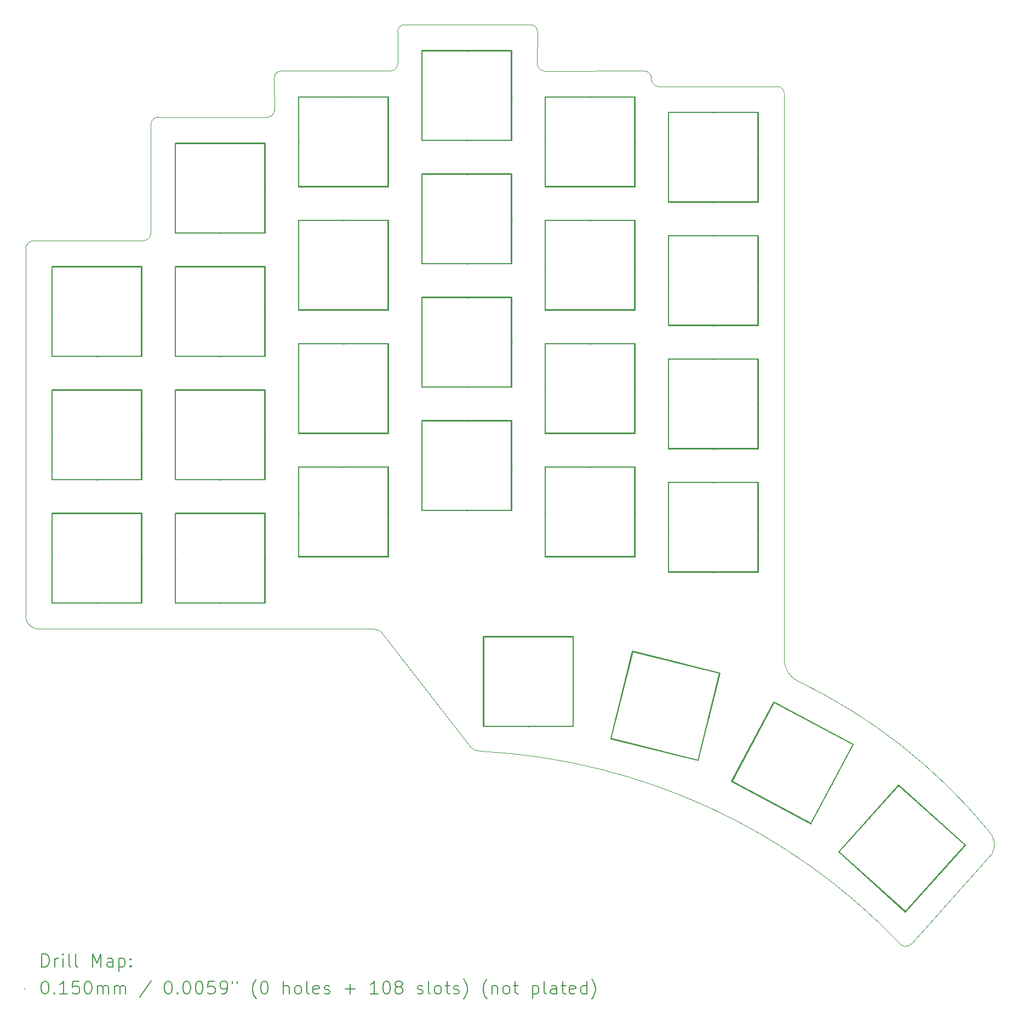
<source format=gbr>
%FSLAX45Y45*%
G04 Gerber Fmt 4.5, Leading zero omitted, Abs format (unit mm)*
G04 Created by KiCad (PCBNEW (6.0.5)) date 2022-10-04 21:26:53*
%MOMM*%
%LPD*%
G01*
G04 APERTURE LIST*
%TA.AperFunction,Profile*%
%ADD10C,0.100000*%
%TD*%
%ADD11C,0.200000*%
%ADD12C,0.015000*%
G04 APERTURE END LIST*
D10*
X-4772000Y4905000D02*
G75*
G03*
X-4881000Y4794000I1000J-110000D01*
G01*
X-8583155Y2285561D02*
G75*
G03*
X-8723000Y2174000I203J-143685D01*
G01*
X1063000Y4665000D02*
X2891000Y4665000D01*
X-8583155Y2285561D02*
X-6899133Y2284710D01*
X6217000Y-7172000D02*
X4962000Y-8575000D01*
X-4881000Y4794000D02*
X-4879133Y4300710D01*
X-813000Y5509000D02*
G75*
G03*
X-926000Y5620000I-110189J843D01*
G01*
X-2975155Y5508561D02*
X-2974644Y5015635D01*
X-926000Y5620000D02*
X-2866000Y5620000D01*
X-6677155Y4192000D02*
X-4988133Y4189710D01*
X-1847000Y-5543000D02*
G75*
G03*
X-1674000Y-5604000I157834J171807D01*
G01*
X-4772000Y4905000D02*
X-3083644Y4904635D01*
X-813000Y5509000D02*
X-816463Y5013473D01*
X4783000Y-8570000D02*
G75*
G03*
X-1674000Y-5604000I-6964601J-6650515D01*
G01*
X3000000Y4554000D02*
X3000000Y-4215000D01*
X6216999Y-7171999D02*
G75*
G03*
X6162000Y-6837000I-268949J127860D01*
G01*
X2999998Y4554000D02*
G75*
G03*
X2891000Y4665000I-108218J2750D01*
G01*
X-8723000Y-3511000D02*
G75*
G03*
X-8523000Y-3714000I202211J-799D01*
G01*
X-8723000Y2174000D02*
X-8723000Y-3511000D01*
X-6786155Y4080000D02*
X-6790133Y2395000D01*
X-8523000Y-3714000D02*
X-3372000Y-3714000D01*
X948000Y4774000D02*
G75*
G03*
X1063000Y4665000I112000J3000D01*
G01*
X-816463Y5013473D02*
G75*
G03*
X-705000Y4904000I110468J995D01*
G01*
X-4988133Y4189710D02*
G75*
G03*
X-4879133Y4300710I-1000J110000D01*
G01*
X-3231000Y-3754000D02*
X-1847000Y-5543000D01*
X6162000Y-6837000D02*
G75*
G03*
X3181000Y-4504000I-6735713J-5535591D01*
G01*
X-705000Y4904000D02*
X839000Y4905000D01*
X-3231000Y-3754000D02*
G75*
G03*
X-3372000Y-3714000I-133168J-200906D01*
G01*
X-6899133Y2284710D02*
G75*
G03*
X-6790133Y2395000I-645J109645D01*
G01*
X-3083644Y4904635D02*
G75*
G03*
X-2974644Y5015635I-1000J110000D01*
G01*
X2999997Y-4215000D02*
G75*
G03*
X3181000Y-4504000I390753J43550D01*
G01*
X-2866000Y5620000D02*
G75*
G03*
X-2975155Y5508561I1142J-110297D01*
G01*
X4783002Y-8569999D02*
G75*
G03*
X4962000Y-8575000I91418J66179D01*
G01*
X-6677155Y4192000D02*
G75*
G03*
X-6786155Y4080000I1500J-110500D01*
G01*
X948000Y4774000D02*
G75*
G03*
X839000Y4905000I-117863J12778D01*
G01*
D11*
D12*
X-8319650Y1198130D02*
X-8304650Y1183130D01*
X-8304650Y1198130D02*
X-8319650Y1183130D01*
D11*
X-8309650Y1883130D02*
X-8309650Y498130D01*
X-8314650Y1883130D02*
X-8314650Y498130D01*
X-8309650Y498130D02*
G75*
G03*
X-8314650Y498130I-2500J0D01*
G01*
X-8314650Y1883130D02*
G75*
G03*
X-8309650Y1883130I2500J0D01*
G01*
D12*
X-8319650Y-706880D02*
X-8304650Y-721880D01*
X-8304650Y-706880D02*
X-8319650Y-721880D01*
D11*
X-8309650Y-21880D02*
X-8309650Y-1406880D01*
X-8314650Y-21880D02*
X-8314650Y-1406880D01*
X-8309650Y-1406880D02*
G75*
G03*
X-8314650Y-1406880I-2500J0D01*
G01*
X-8314650Y-21880D02*
G75*
G03*
X-8309650Y-21880I2500J0D01*
G01*
D12*
X-8319650Y-2611880D02*
X-8304650Y-2626880D01*
X-8304650Y-2611880D02*
X-8319650Y-2626880D01*
D11*
X-8309650Y-1926880D02*
X-8309650Y-3311880D01*
X-8314650Y-1926880D02*
X-8314650Y-3311880D01*
X-8309650Y-3311880D02*
G75*
G03*
X-8314650Y-3311880I-2500J0D01*
G01*
X-8314650Y-1926880D02*
G75*
G03*
X-8309650Y-1926880I2500J0D01*
G01*
D12*
X-7627500Y1890280D02*
X-7612500Y1875280D01*
X-7612500Y1890280D02*
X-7627500Y1875280D01*
D11*
X-8312500Y1885280D02*
X-6927500Y1885280D01*
X-8312500Y1880280D02*
X-6927500Y1880280D01*
X-6927500Y1885280D02*
G75*
G03*
X-6927500Y1880280I0J-2500D01*
G01*
X-8312500Y1880280D02*
G75*
G03*
X-8312500Y1885280I0J2500D01*
G01*
D12*
X-7627500Y505980D02*
X-7612500Y490980D01*
X-7612500Y505980D02*
X-7627500Y490980D01*
D11*
X-8312500Y500980D02*
X-6927500Y500980D01*
X-8312500Y495980D02*
X-6927500Y495980D01*
X-6927500Y500980D02*
G75*
G03*
X-6927500Y495980I0J-2500D01*
G01*
X-8312500Y495980D02*
G75*
G03*
X-8312500Y500980I0J2500D01*
G01*
D12*
X-7627500Y-14730D02*
X-7612500Y-29730D01*
X-7612500Y-14730D02*
X-7627500Y-29730D01*
D11*
X-8312500Y-19730D02*
X-6927500Y-19730D01*
X-8312500Y-24730D02*
X-6927500Y-24730D01*
X-6927500Y-19730D02*
G75*
G03*
X-6927500Y-24730I0J-2500D01*
G01*
X-8312500Y-24730D02*
G75*
G03*
X-8312500Y-19730I0J2500D01*
G01*
D12*
X-7627500Y-1399030D02*
X-7612500Y-1414030D01*
X-7612500Y-1399030D02*
X-7627500Y-1414030D01*
D11*
X-8312500Y-1404030D02*
X-6927500Y-1404030D01*
X-8312500Y-1409030D02*
X-6927500Y-1409030D01*
X-6927500Y-1404030D02*
G75*
G03*
X-6927500Y-1409030I0J-2500D01*
G01*
X-8312500Y-1409030D02*
G75*
G03*
X-8312500Y-1404030I0J2500D01*
G01*
D12*
X-7627500Y-1919730D02*
X-7612500Y-1934730D01*
X-7612500Y-1919730D02*
X-7627500Y-1934730D01*
D11*
X-8312500Y-1924730D02*
X-6927500Y-1924730D01*
X-8312500Y-1929730D02*
X-6927500Y-1929730D01*
X-6927500Y-1924730D02*
G75*
G03*
X-6927500Y-1929730I0J-2500D01*
G01*
X-8312500Y-1929730D02*
G75*
G03*
X-8312500Y-1924730I0J2500D01*
G01*
D12*
X-7627500Y-3304030D02*
X-7612500Y-3319030D01*
X-7612500Y-3304030D02*
X-7627500Y-3319030D01*
D11*
X-8312500Y-3309030D02*
X-6927500Y-3309030D01*
X-8312500Y-3314030D02*
X-6927500Y-3314030D01*
X-6927500Y-3309030D02*
G75*
G03*
X-6927500Y-3314030I0J-2500D01*
G01*
X-8312500Y-3314030D02*
G75*
G03*
X-8312500Y-3309030I0J2500D01*
G01*
D12*
X-6935350Y1198130D02*
X-6920350Y1183130D01*
X-6920350Y1198130D02*
X-6935350Y1183130D01*
D11*
X-6925350Y1883130D02*
X-6925350Y498130D01*
X-6930350Y1883130D02*
X-6930350Y498130D01*
X-6925350Y498130D02*
G75*
G03*
X-6930350Y498130I-2500J0D01*
G01*
X-6930350Y1883130D02*
G75*
G03*
X-6925350Y1883130I2500J0D01*
G01*
D12*
X-6935350Y-706880D02*
X-6920350Y-721880D01*
X-6920350Y-706880D02*
X-6935350Y-721880D01*
D11*
X-6925350Y-21880D02*
X-6925350Y-1406880D01*
X-6930350Y-21880D02*
X-6930350Y-1406880D01*
X-6925350Y-1406880D02*
G75*
G03*
X-6930350Y-1406880I-2500J0D01*
G01*
X-6930350Y-21880D02*
G75*
G03*
X-6925350Y-21880I2500J0D01*
G01*
D12*
X-6935350Y-2611880D02*
X-6920350Y-2626880D01*
X-6920350Y-2611880D02*
X-6935350Y-2626880D01*
D11*
X-6925350Y-1926880D02*
X-6925350Y-3311880D01*
X-6930350Y-1926880D02*
X-6930350Y-3311880D01*
X-6925350Y-3311880D02*
G75*
G03*
X-6930350Y-3311880I-2500J0D01*
G01*
X-6930350Y-1926880D02*
G75*
G03*
X-6925350Y-1926880I2500J0D01*
G01*
D12*
X-6414650Y3103130D02*
X-6399650Y3088130D01*
X-6399650Y3103130D02*
X-6414650Y3088130D01*
D11*
X-6404650Y3788130D02*
X-6404650Y2403130D01*
X-6409650Y3788130D02*
X-6409650Y2403130D01*
X-6404650Y2403130D02*
G75*
G03*
X-6409650Y2403130I-2500J0D01*
G01*
X-6409650Y3788130D02*
G75*
G03*
X-6404650Y3788130I2500J0D01*
G01*
D12*
X-6414650Y1198130D02*
X-6399650Y1183130D01*
X-6399650Y1198130D02*
X-6414650Y1183130D01*
D11*
X-6404650Y1883130D02*
X-6404650Y498130D01*
X-6409650Y1883130D02*
X-6409650Y498130D01*
X-6404650Y498130D02*
G75*
G03*
X-6409650Y498130I-2500J0D01*
G01*
X-6409650Y1883130D02*
G75*
G03*
X-6404650Y1883130I2500J0D01*
G01*
D12*
X-6414650Y-706880D02*
X-6399650Y-721880D01*
X-6399650Y-706880D02*
X-6414650Y-721880D01*
D11*
X-6404650Y-21880D02*
X-6404650Y-1406880D01*
X-6409650Y-21880D02*
X-6409650Y-1406880D01*
X-6404650Y-1406880D02*
G75*
G03*
X-6409650Y-1406880I-2500J0D01*
G01*
X-6409650Y-21880D02*
G75*
G03*
X-6404650Y-21880I2500J0D01*
G01*
D12*
X-6414650Y-2611880D02*
X-6399650Y-2626880D01*
X-6399650Y-2611880D02*
X-6414650Y-2626880D01*
D11*
X-6404650Y-1926880D02*
X-6404650Y-3311880D01*
X-6409650Y-1926880D02*
X-6409650Y-3311880D01*
X-6404650Y-3311880D02*
G75*
G03*
X-6409650Y-3311880I-2500J0D01*
G01*
X-6409650Y-1926880D02*
G75*
G03*
X-6404650Y-1926880I2500J0D01*
G01*
D12*
X-5722500Y3795280D02*
X-5707500Y3780280D01*
X-5707500Y3795280D02*
X-5722500Y3780280D01*
D11*
X-6407500Y3790280D02*
X-5022500Y3790280D01*
X-6407500Y3785280D02*
X-5022500Y3785280D01*
X-5022500Y3790280D02*
G75*
G03*
X-5022500Y3785280I0J-2500D01*
G01*
X-6407500Y3785280D02*
G75*
G03*
X-6407500Y3790280I0J2500D01*
G01*
D12*
X-5722500Y2410980D02*
X-5707500Y2395980D01*
X-5707500Y2410980D02*
X-5722500Y2395980D01*
D11*
X-6407500Y2405980D02*
X-5022500Y2405980D01*
X-6407500Y2400980D02*
X-5022500Y2400980D01*
X-5022500Y2405980D02*
G75*
G03*
X-5022500Y2400980I0J-2500D01*
G01*
X-6407500Y2400980D02*
G75*
G03*
X-6407500Y2405980I0J2500D01*
G01*
D12*
X-5722500Y1890280D02*
X-5707500Y1875280D01*
X-5707500Y1890280D02*
X-5722500Y1875280D01*
D11*
X-6407500Y1885280D02*
X-5022500Y1885280D01*
X-6407500Y1880280D02*
X-5022500Y1880280D01*
X-5022500Y1885280D02*
G75*
G03*
X-5022500Y1880280I0J-2500D01*
G01*
X-6407500Y1880280D02*
G75*
G03*
X-6407500Y1885280I0J2500D01*
G01*
D12*
X-5722500Y505980D02*
X-5707500Y490980D01*
X-5707500Y505980D02*
X-5722500Y490980D01*
D11*
X-6407500Y500980D02*
X-5022500Y500980D01*
X-6407500Y495980D02*
X-5022500Y495980D01*
X-5022500Y500980D02*
G75*
G03*
X-5022500Y495980I0J-2500D01*
G01*
X-6407500Y495980D02*
G75*
G03*
X-6407500Y500980I0J2500D01*
G01*
D12*
X-5722500Y-14730D02*
X-5707500Y-29730D01*
X-5707500Y-14730D02*
X-5722500Y-29730D01*
D11*
X-6407500Y-19730D02*
X-5022500Y-19730D01*
X-6407500Y-24730D02*
X-5022500Y-24730D01*
X-5022500Y-19730D02*
G75*
G03*
X-5022500Y-24730I0J-2500D01*
G01*
X-6407500Y-24730D02*
G75*
G03*
X-6407500Y-19730I0J2500D01*
G01*
D12*
X-5722500Y-1399030D02*
X-5707500Y-1414030D01*
X-5707500Y-1399030D02*
X-5722500Y-1414030D01*
D11*
X-6407500Y-1404030D02*
X-5022500Y-1404030D01*
X-6407500Y-1409030D02*
X-5022500Y-1409030D01*
X-5022500Y-1404030D02*
G75*
G03*
X-5022500Y-1409030I0J-2500D01*
G01*
X-6407500Y-1409030D02*
G75*
G03*
X-6407500Y-1404030I0J2500D01*
G01*
D12*
X-5722500Y-1919730D02*
X-5707500Y-1934730D01*
X-5707500Y-1919730D02*
X-5722500Y-1934730D01*
D11*
X-6407500Y-1924730D02*
X-5022500Y-1924730D01*
X-6407500Y-1929730D02*
X-5022500Y-1929730D01*
X-5022500Y-1924730D02*
G75*
G03*
X-5022500Y-1929730I0J-2500D01*
G01*
X-6407500Y-1929730D02*
G75*
G03*
X-6407500Y-1924730I0J2500D01*
G01*
D12*
X-5722500Y-3304030D02*
X-5707500Y-3319030D01*
X-5707500Y-3304030D02*
X-5722500Y-3319030D01*
D11*
X-6407500Y-3309030D02*
X-5022500Y-3309030D01*
X-6407500Y-3314030D02*
X-5022500Y-3314030D01*
X-5022500Y-3309030D02*
G75*
G03*
X-5022500Y-3314030I0J-2500D01*
G01*
X-6407500Y-3314030D02*
G75*
G03*
X-6407500Y-3309030I0J2500D01*
G01*
D12*
X-5030350Y3103130D02*
X-5015350Y3088130D01*
X-5015350Y3103130D02*
X-5030350Y3088130D01*
D11*
X-5020350Y3788130D02*
X-5020350Y2403130D01*
X-5025350Y3788130D02*
X-5025350Y2403130D01*
X-5020350Y2403130D02*
G75*
G03*
X-5025350Y2403130I-2500J0D01*
G01*
X-5025350Y3788130D02*
G75*
G03*
X-5020350Y3788130I2500J0D01*
G01*
D12*
X-5030350Y1198130D02*
X-5015350Y1183130D01*
X-5015350Y1198130D02*
X-5030350Y1183130D01*
D11*
X-5020350Y1883130D02*
X-5020350Y498130D01*
X-5025350Y1883130D02*
X-5025350Y498130D01*
X-5020350Y498130D02*
G75*
G03*
X-5025350Y498130I-2500J0D01*
G01*
X-5025350Y1883130D02*
G75*
G03*
X-5020350Y1883130I2500J0D01*
G01*
D12*
X-5030350Y-706880D02*
X-5015350Y-721880D01*
X-5015350Y-706880D02*
X-5030350Y-721880D01*
D11*
X-5020350Y-21880D02*
X-5020350Y-1406880D01*
X-5025350Y-21880D02*
X-5025350Y-1406880D01*
X-5020350Y-1406880D02*
G75*
G03*
X-5025350Y-1406880I-2500J0D01*
G01*
X-5025350Y-21880D02*
G75*
G03*
X-5020350Y-21880I2500J0D01*
G01*
D12*
X-5030350Y-2611880D02*
X-5015350Y-2626880D01*
X-5015350Y-2611880D02*
X-5030350Y-2626880D01*
D11*
X-5020350Y-1926880D02*
X-5020350Y-3311880D01*
X-5025350Y-1926880D02*
X-5025350Y-3311880D01*
X-5020350Y-3311880D02*
G75*
G03*
X-5025350Y-3311880I-2500J0D01*
G01*
X-5025350Y-1926880D02*
G75*
G03*
X-5020350Y-1926880I2500J0D01*
G01*
D12*
X-4509650Y3817500D02*
X-4494650Y3802500D01*
X-4494650Y3817500D02*
X-4509650Y3802500D01*
D11*
X-4499650Y4502500D02*
X-4499650Y3117500D01*
X-4504650Y4502500D02*
X-4504650Y3117500D01*
X-4499650Y3117500D02*
G75*
G03*
X-4504650Y3117500I-2500J0D01*
G01*
X-4504650Y4502500D02*
G75*
G03*
X-4499650Y4502500I2500J0D01*
G01*
D12*
X-4509650Y1912500D02*
X-4494650Y1897500D01*
X-4494650Y1912500D02*
X-4509650Y1897500D01*
D11*
X-4499650Y2597500D02*
X-4499650Y1212500D01*
X-4504650Y2597500D02*
X-4504650Y1212500D01*
X-4499650Y1212500D02*
G75*
G03*
X-4504650Y1212500I-2500J0D01*
G01*
X-4504650Y2597500D02*
G75*
G03*
X-4499650Y2597500I2500J0D01*
G01*
D12*
X-4509650Y7500D02*
X-4494650Y-7500D01*
X-4494650Y7500D02*
X-4509650Y-7500D01*
D11*
X-4499650Y692500D02*
X-4499650Y-692500D01*
X-4504650Y692500D02*
X-4504650Y-692500D01*
X-4499650Y-692500D02*
G75*
G03*
X-4504650Y-692500I-2500J0D01*
G01*
X-4504650Y692500D02*
G75*
G03*
X-4499650Y692500I2500J0D01*
G01*
D12*
X-4509650Y-1897500D02*
X-4494650Y-1912500D01*
X-4494650Y-1897500D02*
X-4509650Y-1912500D01*
D11*
X-4499650Y-1212500D02*
X-4499650Y-2597500D01*
X-4504650Y-1212500D02*
X-4504650Y-2597500D01*
X-4499650Y-2597500D02*
G75*
G03*
X-4504650Y-2597500I-2500J0D01*
G01*
X-4504650Y-1212500D02*
G75*
G03*
X-4499650Y-1212500I2500J0D01*
G01*
D12*
X-3817500Y4509650D02*
X-3802500Y4494650D01*
X-3802500Y4509650D02*
X-3817500Y4494650D01*
D11*
X-4502500Y4504650D02*
X-3117500Y4504650D01*
X-4502500Y4499650D02*
X-3117500Y4499650D01*
X-3117500Y4504650D02*
G75*
G03*
X-3117500Y4499650I0J-2500D01*
G01*
X-4502500Y4499650D02*
G75*
G03*
X-4502500Y4504650I0J2500D01*
G01*
D12*
X-3817500Y3125350D02*
X-3802500Y3110350D01*
X-3802500Y3125350D02*
X-3817500Y3110350D01*
D11*
X-4502500Y3120350D02*
X-3117500Y3120350D01*
X-4502500Y3115350D02*
X-3117500Y3115350D01*
X-3117500Y3120350D02*
G75*
G03*
X-3117500Y3115350I0J-2500D01*
G01*
X-4502500Y3115350D02*
G75*
G03*
X-4502500Y3120350I0J2500D01*
G01*
D12*
X-3817500Y2604650D02*
X-3802500Y2589650D01*
X-3802500Y2604650D02*
X-3817500Y2589650D01*
D11*
X-4502500Y2599650D02*
X-3117500Y2599650D01*
X-4502500Y2594650D02*
X-3117500Y2594650D01*
X-3117500Y2599650D02*
G75*
G03*
X-3117500Y2594650I0J-2500D01*
G01*
X-4502500Y2594650D02*
G75*
G03*
X-4502500Y2599650I0J2500D01*
G01*
D12*
X-3817500Y1220350D02*
X-3802500Y1205350D01*
X-3802500Y1220350D02*
X-3817500Y1205350D01*
D11*
X-4502500Y1215350D02*
X-3117500Y1215350D01*
X-4502500Y1210350D02*
X-3117500Y1210350D01*
X-3117500Y1215350D02*
G75*
G03*
X-3117500Y1210350I0J-2500D01*
G01*
X-4502500Y1210350D02*
G75*
G03*
X-4502500Y1215350I0J2500D01*
G01*
D12*
X-3817500Y699650D02*
X-3802500Y684650D01*
X-3802500Y699650D02*
X-3817500Y684650D01*
D11*
X-4502500Y694650D02*
X-3117500Y694650D01*
X-4502500Y689650D02*
X-3117500Y689650D01*
X-3117500Y694650D02*
G75*
G03*
X-3117500Y689650I0J-2500D01*
G01*
X-4502500Y689650D02*
G75*
G03*
X-4502500Y694650I0J2500D01*
G01*
D12*
X-3817500Y-684650D02*
X-3802500Y-699650D01*
X-3802500Y-684650D02*
X-3817500Y-699650D01*
D11*
X-4502500Y-689650D02*
X-3117500Y-689650D01*
X-4502500Y-694650D02*
X-3117500Y-694650D01*
X-3117500Y-689650D02*
G75*
G03*
X-3117500Y-694650I0J-2500D01*
G01*
X-4502500Y-694650D02*
G75*
G03*
X-4502500Y-689650I0J2500D01*
G01*
D12*
X-3817500Y-1205350D02*
X-3802500Y-1220350D01*
X-3802500Y-1205350D02*
X-3817500Y-1220350D01*
D11*
X-4502500Y-1210350D02*
X-3117500Y-1210350D01*
X-4502500Y-1215350D02*
X-3117500Y-1215350D01*
X-3117500Y-1210350D02*
G75*
G03*
X-3117500Y-1215350I0J-2500D01*
G01*
X-4502500Y-1215350D02*
G75*
G03*
X-4502500Y-1210350I0J2500D01*
G01*
D12*
X-3817500Y-2589650D02*
X-3802500Y-2604650D01*
X-3802500Y-2589650D02*
X-3817500Y-2604650D01*
D11*
X-4502500Y-2594650D02*
X-3117500Y-2594650D01*
X-4502500Y-2599650D02*
X-3117500Y-2599650D01*
X-3117500Y-2594650D02*
G75*
G03*
X-3117500Y-2599650I0J-2500D01*
G01*
X-4502500Y-2599650D02*
G75*
G03*
X-4502500Y-2594650I0J2500D01*
G01*
D12*
X-3125350Y3817500D02*
X-3110350Y3802500D01*
X-3110350Y3817500D02*
X-3125350Y3802500D01*
D11*
X-3115350Y4502500D02*
X-3115350Y3117500D01*
X-3120350Y4502500D02*
X-3120350Y3117500D01*
X-3115350Y3117500D02*
G75*
G03*
X-3120350Y3117500I-2500J0D01*
G01*
X-3120350Y4502500D02*
G75*
G03*
X-3115350Y4502500I2500J0D01*
G01*
D12*
X-3125350Y1912500D02*
X-3110350Y1897500D01*
X-3110350Y1912500D02*
X-3125350Y1897500D01*
D11*
X-3115350Y2597500D02*
X-3115350Y1212500D01*
X-3120350Y2597500D02*
X-3120350Y1212500D01*
X-3115350Y1212500D02*
G75*
G03*
X-3120350Y1212500I-2500J0D01*
G01*
X-3120350Y2597500D02*
G75*
G03*
X-3115350Y2597500I2500J0D01*
G01*
D12*
X-3125350Y7500D02*
X-3110350Y-7500D01*
X-3110350Y7500D02*
X-3125350Y-7500D01*
D11*
X-3115350Y692500D02*
X-3115350Y-692500D01*
X-3120350Y692500D02*
X-3120350Y-692500D01*
X-3115350Y-692500D02*
G75*
G03*
X-3120350Y-692500I-2500J0D01*
G01*
X-3120350Y692500D02*
G75*
G03*
X-3115350Y692500I2500J0D01*
G01*
D12*
X-3125350Y-1897500D02*
X-3110350Y-1912500D01*
X-3110350Y-1897500D02*
X-3125350Y-1912500D01*
D11*
X-3115350Y-1212500D02*
X-3115350Y-2597500D01*
X-3120350Y-1212500D02*
X-3120350Y-2597500D01*
X-3115350Y-2597500D02*
G75*
G03*
X-3120350Y-2597500I-2500J0D01*
G01*
X-3120350Y-1212500D02*
G75*
G03*
X-3115350Y-1212500I2500J0D01*
G01*
D12*
X-2604650Y4531880D02*
X-2589650Y4516880D01*
X-2589650Y4531880D02*
X-2604650Y4516880D01*
D11*
X-2594650Y5216880D02*
X-2594650Y3831880D01*
X-2599650Y5216880D02*
X-2599650Y3831880D01*
X-2594650Y3831880D02*
G75*
G03*
X-2599650Y3831880I-2500J0D01*
G01*
X-2599650Y5216880D02*
G75*
G03*
X-2594650Y5216880I2500J0D01*
G01*
D12*
X-2604650Y2626880D02*
X-2589650Y2611880D01*
X-2589650Y2626880D02*
X-2604650Y2611880D01*
D11*
X-2594650Y3311880D02*
X-2594650Y1926880D01*
X-2599650Y3311880D02*
X-2599650Y1926880D01*
X-2594650Y1926880D02*
G75*
G03*
X-2599650Y1926880I-2500J0D01*
G01*
X-2599650Y3311880D02*
G75*
G03*
X-2594650Y3311880I2500J0D01*
G01*
D12*
X-2604650Y721880D02*
X-2589650Y706880D01*
X-2589650Y721880D02*
X-2604650Y706880D01*
D11*
X-2594650Y1406880D02*
X-2594650Y21880D01*
X-2599650Y1406880D02*
X-2599650Y21880D01*
X-2594650Y21880D02*
G75*
G03*
X-2599650Y21880I-2500J0D01*
G01*
X-2599650Y1406880D02*
G75*
G03*
X-2594650Y1406880I2500J0D01*
G01*
D12*
X-2604650Y-1183130D02*
X-2589650Y-1198130D01*
X-2589650Y-1183130D02*
X-2604650Y-1198130D01*
D11*
X-2594650Y-498130D02*
X-2594650Y-1883130D01*
X-2599650Y-498130D02*
X-2599650Y-1883130D01*
X-2594650Y-1883130D02*
G75*
G03*
X-2599650Y-1883130I-2500J0D01*
G01*
X-2599650Y-498130D02*
G75*
G03*
X-2594650Y-498130I2500J0D01*
G01*
D12*
X-1912500Y5224030D02*
X-1897500Y5209030D01*
X-1897500Y5224030D02*
X-1912500Y5209030D01*
D11*
X-2597500Y5219030D02*
X-1212500Y5219030D01*
X-2597500Y5214030D02*
X-1212500Y5214030D01*
X-1212500Y5219030D02*
G75*
G03*
X-1212500Y5214030I0J-2500D01*
G01*
X-2597500Y5214030D02*
G75*
G03*
X-2597500Y5219030I0J2500D01*
G01*
D12*
X-1912500Y3839730D02*
X-1897500Y3824730D01*
X-1897500Y3839730D02*
X-1912500Y3824730D01*
D11*
X-2597500Y3834730D02*
X-1212500Y3834730D01*
X-2597500Y3829730D02*
X-1212500Y3829730D01*
X-1212500Y3834730D02*
G75*
G03*
X-1212500Y3829730I0J-2500D01*
G01*
X-2597500Y3829730D02*
G75*
G03*
X-2597500Y3834730I0J2500D01*
G01*
D12*
X-1912500Y3319030D02*
X-1897500Y3304030D01*
X-1897500Y3319030D02*
X-1912500Y3304030D01*
D11*
X-2597500Y3314030D02*
X-1212500Y3314030D01*
X-2597500Y3309030D02*
X-1212500Y3309030D01*
X-1212500Y3314030D02*
G75*
G03*
X-1212500Y3309030I0J-2500D01*
G01*
X-2597500Y3309030D02*
G75*
G03*
X-2597500Y3314030I0J2500D01*
G01*
D12*
X-1912500Y1934730D02*
X-1897500Y1919730D01*
X-1897500Y1934730D02*
X-1912500Y1919730D01*
D11*
X-2597500Y1929730D02*
X-1212500Y1929730D01*
X-2597500Y1924730D02*
X-1212500Y1924730D01*
X-1212500Y1929730D02*
G75*
G03*
X-1212500Y1924730I0J-2500D01*
G01*
X-2597500Y1924730D02*
G75*
G03*
X-2597500Y1929730I0J2500D01*
G01*
D12*
X-1912500Y1414030D02*
X-1897500Y1399030D01*
X-1897500Y1414030D02*
X-1912500Y1399030D01*
D11*
X-2597500Y1409030D02*
X-1212500Y1409030D01*
X-2597500Y1404030D02*
X-1212500Y1404030D01*
X-1212500Y1409030D02*
G75*
G03*
X-1212500Y1404030I0J-2500D01*
G01*
X-2597500Y1404030D02*
G75*
G03*
X-2597500Y1409030I0J2500D01*
G01*
D12*
X-1912500Y29730D02*
X-1897500Y14730D01*
X-1897500Y29730D02*
X-1912500Y14730D01*
D11*
X-2597500Y24730D02*
X-1212500Y24730D01*
X-2597500Y19730D02*
X-1212500Y19730D01*
X-1212500Y24730D02*
G75*
G03*
X-1212500Y19730I0J-2500D01*
G01*
X-2597500Y19730D02*
G75*
G03*
X-2597500Y24730I0J2500D01*
G01*
D12*
X-1912500Y-490980D02*
X-1897500Y-505980D01*
X-1897500Y-490980D02*
X-1912500Y-505980D01*
D11*
X-2597500Y-495980D02*
X-1212500Y-495980D01*
X-2597500Y-500980D02*
X-1212500Y-500980D01*
X-1212500Y-495980D02*
G75*
G03*
X-1212500Y-500980I0J-2500D01*
G01*
X-2597500Y-500980D02*
G75*
G03*
X-2597500Y-495980I0J2500D01*
G01*
D12*
X-1912500Y-1875280D02*
X-1897500Y-1890280D01*
X-1897500Y-1875280D02*
X-1912500Y-1890280D01*
D11*
X-2597500Y-1880280D02*
X-1212500Y-1880280D01*
X-2597500Y-1885280D02*
X-1212500Y-1885280D01*
X-1212500Y-1880280D02*
G75*
G03*
X-1212500Y-1885280I0J-2500D01*
G01*
X-2597500Y-1885280D02*
G75*
G03*
X-2597500Y-1880280I0J2500D01*
G01*
D12*
X-1652150Y-4516880D02*
X-1637150Y-4531880D01*
X-1637150Y-4516880D02*
X-1652150Y-4531880D01*
D11*
X-1642150Y-3831880D02*
X-1642150Y-5216880D01*
X-1647150Y-3831880D02*
X-1647150Y-5216880D01*
X-1642150Y-5216880D02*
G75*
G03*
X-1647150Y-5216880I-2500J0D01*
G01*
X-1647150Y-3831880D02*
G75*
G03*
X-1642150Y-3831880I2500J0D01*
G01*
D12*
X-1220350Y4531880D02*
X-1205350Y4516880D01*
X-1205350Y4531880D02*
X-1220350Y4516880D01*
D11*
X-1210350Y5216880D02*
X-1210350Y3831880D01*
X-1215350Y5216880D02*
X-1215350Y3831880D01*
X-1210350Y3831880D02*
G75*
G03*
X-1215350Y3831880I-2500J0D01*
G01*
X-1215350Y5216880D02*
G75*
G03*
X-1210350Y5216880I2500J0D01*
G01*
D12*
X-1220350Y2626880D02*
X-1205350Y2611880D01*
X-1205350Y2626880D02*
X-1220350Y2611880D01*
D11*
X-1210350Y3311880D02*
X-1210350Y1926880D01*
X-1215350Y3311880D02*
X-1215350Y1926880D01*
X-1210350Y1926880D02*
G75*
G03*
X-1215350Y1926880I-2500J0D01*
G01*
X-1215350Y3311880D02*
G75*
G03*
X-1210350Y3311880I2500J0D01*
G01*
D12*
X-1220350Y721880D02*
X-1205350Y706880D01*
X-1205350Y721880D02*
X-1220350Y706880D01*
D11*
X-1210350Y1406880D02*
X-1210350Y21880D01*
X-1215350Y1406880D02*
X-1215350Y21880D01*
X-1210350Y21880D02*
G75*
G03*
X-1215350Y21880I-2500J0D01*
G01*
X-1215350Y1406880D02*
G75*
G03*
X-1210350Y1406880I2500J0D01*
G01*
D12*
X-1220350Y-1183130D02*
X-1205350Y-1198130D01*
X-1205350Y-1183130D02*
X-1220350Y-1198130D01*
D11*
X-1210350Y-498130D02*
X-1210350Y-1883130D01*
X-1215350Y-498130D02*
X-1215350Y-1883130D01*
X-1210350Y-1883130D02*
G75*
G03*
X-1215350Y-1883130I-2500J0D01*
G01*
X-1215350Y-498130D02*
G75*
G03*
X-1210350Y-498130I2500J0D01*
G01*
D12*
X-960000Y-3824730D02*
X-945000Y-3839730D01*
X-945000Y-3824730D02*
X-960000Y-3839730D01*
D11*
X-1645000Y-3829730D02*
X-260000Y-3829730D01*
X-1645000Y-3834730D02*
X-260000Y-3834730D01*
X-260000Y-3829730D02*
G75*
G03*
X-260000Y-3834730I0J-2500D01*
G01*
X-1645000Y-3834730D02*
G75*
G03*
X-1645000Y-3829730I0J2500D01*
G01*
D12*
X-960000Y-5209030D02*
X-945000Y-5224030D01*
X-945000Y-5209030D02*
X-960000Y-5224030D01*
D11*
X-1645000Y-5214030D02*
X-260000Y-5214030D01*
X-1645000Y-5219030D02*
X-260000Y-5219030D01*
X-260000Y-5214030D02*
G75*
G03*
X-260000Y-5219030I0J-2500D01*
G01*
X-1645000Y-5219030D02*
G75*
G03*
X-1645000Y-5214030I0J2500D01*
G01*
D12*
X-699650Y3817500D02*
X-684650Y3802500D01*
X-684650Y3817500D02*
X-699650Y3802500D01*
D11*
X-689650Y4502500D02*
X-689650Y3117500D01*
X-694650Y4502500D02*
X-694650Y3117500D01*
X-689650Y3117500D02*
G75*
G03*
X-694650Y3117500I-2500J0D01*
G01*
X-694650Y4502500D02*
G75*
G03*
X-689650Y4502500I2500J0D01*
G01*
D12*
X-699650Y1912500D02*
X-684650Y1897500D01*
X-684650Y1912500D02*
X-699650Y1897500D01*
D11*
X-689650Y2597500D02*
X-689650Y1212500D01*
X-694650Y2597500D02*
X-694650Y1212500D01*
X-689650Y1212500D02*
G75*
G03*
X-694650Y1212500I-2500J0D01*
G01*
X-694650Y2597500D02*
G75*
G03*
X-689650Y2597500I2500J0D01*
G01*
D12*
X-699650Y7500D02*
X-684650Y-7500D01*
X-684650Y7500D02*
X-699650Y-7500D01*
D11*
X-689650Y692500D02*
X-689650Y-692500D01*
X-694650Y692500D02*
X-694650Y-692500D01*
X-689650Y-692500D02*
G75*
G03*
X-694650Y-692500I-2500J0D01*
G01*
X-694650Y692500D02*
G75*
G03*
X-689650Y692500I2500J0D01*
G01*
D12*
X-699650Y-1897500D02*
X-684650Y-1912500D01*
X-684650Y-1897500D02*
X-699650Y-1912500D01*
D11*
X-689650Y-1212500D02*
X-689650Y-2597500D01*
X-694650Y-1212500D02*
X-694650Y-2597500D01*
X-689650Y-2597500D02*
G75*
G03*
X-694650Y-2597500I-2500J0D01*
G01*
X-694650Y-1212500D02*
G75*
G03*
X-689650Y-1212500I2500J0D01*
G01*
D12*
X-267850Y-4516880D02*
X-252850Y-4531880D01*
X-252850Y-4516880D02*
X-267850Y-4531880D01*
D11*
X-257850Y-3831880D02*
X-257850Y-5216880D01*
X-262850Y-3831880D02*
X-262850Y-5216880D01*
X-257850Y-5216880D02*
G75*
G03*
X-262850Y-5216880I-2500J0D01*
G01*
X-262850Y-3831880D02*
G75*
G03*
X-257850Y-3831880I2500J0D01*
G01*
D12*
X-7500Y4509650D02*
X7500Y4494650D01*
X7500Y4509650D02*
X-7500Y4494650D01*
D11*
X-692500Y4504650D02*
X692500Y4504650D01*
X-692500Y4499650D02*
X692500Y4499650D01*
X692500Y4504650D02*
G75*
G03*
X692500Y4499650I0J-2500D01*
G01*
X-692500Y4499650D02*
G75*
G03*
X-692500Y4504650I0J2500D01*
G01*
D12*
X-7500Y3125350D02*
X7500Y3110350D01*
X7500Y3125350D02*
X-7500Y3110350D01*
D11*
X-692500Y3120350D02*
X692500Y3120350D01*
X-692500Y3115350D02*
X692500Y3115350D01*
X692500Y3120350D02*
G75*
G03*
X692500Y3115350I0J-2500D01*
G01*
X-692500Y3115350D02*
G75*
G03*
X-692500Y3120350I0J2500D01*
G01*
D12*
X-7500Y2604650D02*
X7500Y2589650D01*
X7500Y2604650D02*
X-7500Y2589650D01*
D11*
X-692500Y2599650D02*
X692500Y2599650D01*
X-692500Y2594650D02*
X692500Y2594650D01*
X692500Y2599650D02*
G75*
G03*
X692500Y2594650I0J-2500D01*
G01*
X-692500Y2594650D02*
G75*
G03*
X-692500Y2599650I0J2500D01*
G01*
D12*
X-7500Y1220350D02*
X7500Y1205350D01*
X7500Y1220350D02*
X-7500Y1205350D01*
D11*
X-692500Y1215350D02*
X692500Y1215350D01*
X-692500Y1210350D02*
X692500Y1210350D01*
X692500Y1215350D02*
G75*
G03*
X692500Y1210350I0J-2500D01*
G01*
X-692500Y1210350D02*
G75*
G03*
X-692500Y1215350I0J2500D01*
G01*
D12*
X-7500Y699650D02*
X7500Y684650D01*
X7500Y699650D02*
X-7500Y684650D01*
D11*
X-692500Y694650D02*
X692500Y694650D01*
X-692500Y689650D02*
X692500Y689650D01*
X692500Y694650D02*
G75*
G03*
X692500Y689650I0J-2500D01*
G01*
X-692500Y689650D02*
G75*
G03*
X-692500Y694650I0J2500D01*
G01*
D12*
X-7500Y-684650D02*
X7500Y-699650D01*
X7500Y-684650D02*
X-7500Y-699650D01*
D11*
X-692500Y-689650D02*
X692500Y-689650D01*
X-692500Y-694650D02*
X692500Y-694650D01*
X692500Y-689650D02*
G75*
G03*
X692500Y-694650I0J-2500D01*
G01*
X-692500Y-694650D02*
G75*
G03*
X-692500Y-689650I0J2500D01*
G01*
D12*
X-7500Y-1205350D02*
X7500Y-1220350D01*
X7500Y-1205350D02*
X-7500Y-1220350D01*
D11*
X-692500Y-1210350D02*
X692500Y-1210350D01*
X-692500Y-1215350D02*
X692500Y-1215350D01*
X692500Y-1210350D02*
G75*
G03*
X692500Y-1215350I0J-2500D01*
G01*
X-692500Y-1215350D02*
G75*
G03*
X-692500Y-1210350I0J2500D01*
G01*
D12*
X-7500Y-2589650D02*
X7500Y-2604650D01*
X7500Y-2589650D02*
X-7500Y-2604650D01*
D11*
X-692500Y-2594650D02*
X692500Y-2594650D01*
X-692500Y-2599650D02*
X692500Y-2599650D01*
X692500Y-2594650D02*
G75*
G03*
X692500Y-2599650I0J-2500D01*
G01*
X-692500Y-2599650D02*
G75*
G03*
X-692500Y-2594650I0J2500D01*
G01*
D12*
X484030Y-4726684D02*
X499030Y-4741684D01*
X499030Y-4726684D02*
X484030Y-4741684D01*
D11*
X661487Y-4062859D02*
X326425Y-5406718D01*
X656635Y-4061649D02*
X321573Y-5405509D01*
X326425Y-5406718D02*
G75*
G03*
X321573Y-5405509I-2426J605D01*
G01*
X656635Y-4061649D02*
G75*
G03*
X661486Y-4062859I2426J-605D01*
G01*
D12*
X684650Y3817500D02*
X699650Y3802500D01*
X699650Y3817500D02*
X684650Y3802500D01*
D11*
X694650Y4502500D02*
X694650Y3117500D01*
X689650Y4502500D02*
X689650Y3117500D01*
X694650Y3117500D02*
G75*
G03*
X689650Y3117500I-2500J0D01*
G01*
X689650Y4502500D02*
G75*
G03*
X694650Y4502500I2500J0D01*
G01*
D12*
X684650Y1912500D02*
X699650Y1897500D01*
X699650Y1912500D02*
X684650Y1897500D01*
D11*
X694650Y2597500D02*
X694650Y1212500D01*
X689650Y2597500D02*
X689650Y1212500D01*
X694650Y1212500D02*
G75*
G03*
X689650Y1212500I-2500J0D01*
G01*
X689650Y2597500D02*
G75*
G03*
X694650Y2597500I2500J0D01*
G01*
D12*
X684650Y7500D02*
X699650Y-7500D01*
X699650Y7500D02*
X684650Y-7500D01*
D11*
X694650Y692500D02*
X694650Y-692500D01*
X689650Y692500D02*
X689650Y-692500D01*
X694650Y-692500D02*
G75*
G03*
X689650Y-692500I-2500J0D01*
G01*
X689650Y692500D02*
G75*
G03*
X694650Y692500I2500J0D01*
G01*
D12*
X684650Y-1897500D02*
X699650Y-1912500D01*
X699650Y-1897500D02*
X684650Y-1912500D01*
D11*
X694650Y-1212500D02*
X694650Y-2597500D01*
X689650Y-1212500D02*
X689650Y-2597500D01*
X694650Y-2597500D02*
G75*
G03*
X689650Y-2597500I-2500J0D01*
G01*
X689650Y-1212500D02*
G75*
G03*
X694650Y-1212500I2500J0D01*
G01*
D12*
X988174Y-5565720D02*
X1003174Y-5580720D01*
X1003174Y-5565720D02*
X988174Y-5580720D01*
D11*
X324349Y-5403264D02*
X1668208Y-5738325D01*
X323139Y-5408115D02*
X1666999Y-5743177D01*
X1668208Y-5738325D02*
G75*
G03*
X1666999Y-5743177I-605J-2426D01*
G01*
X323139Y-5408115D02*
G75*
G03*
X324349Y-5403264I605J2426D01*
G01*
D12*
X1205350Y3579380D02*
X1220350Y3564380D01*
X1220350Y3579380D02*
X1205350Y3564380D01*
D11*
X1215350Y4264380D02*
X1215350Y2879380D01*
X1210350Y4264380D02*
X1210350Y2879380D01*
X1215350Y2879380D02*
G75*
G03*
X1210350Y2879380I-2500J0D01*
G01*
X1210350Y4264380D02*
G75*
G03*
X1215350Y4264380I2500J0D01*
G01*
D12*
X1205350Y1674380D02*
X1220350Y1659380D01*
X1220350Y1674380D02*
X1205350Y1659380D01*
D11*
X1215350Y2359380D02*
X1215350Y974380D01*
X1210350Y2359380D02*
X1210350Y974380D01*
X1215350Y974380D02*
G75*
G03*
X1210350Y974380I-2500J0D01*
G01*
X1210350Y2359380D02*
G75*
G03*
X1215350Y2359380I2500J0D01*
G01*
D12*
X1205350Y-230630D02*
X1220350Y-245630D01*
X1220350Y-230630D02*
X1205350Y-245630D01*
D11*
X1215350Y454370D02*
X1215350Y-930630D01*
X1210350Y454370D02*
X1210350Y-930630D01*
X1215350Y-930630D02*
G75*
G03*
X1210350Y-930630I-2500J0D01*
G01*
X1210350Y454370D02*
G75*
G03*
X1215350Y454370I2500J0D01*
G01*
D12*
X1205350Y-2135630D02*
X1220350Y-2150630D01*
X1220350Y-2135630D02*
X1205350Y-2150630D01*
D11*
X1215350Y-1450630D02*
X1215350Y-2835630D01*
X1210350Y-1450630D02*
X1210350Y-2835630D01*
X1215350Y-2835630D02*
G75*
G03*
X1210350Y-2835630I-2500J0D01*
G01*
X1210350Y-1450630D02*
G75*
G03*
X1215350Y-1450630I2500J0D01*
G01*
D12*
X1323066Y-4222540D02*
X1338066Y-4237540D01*
X1338066Y-4222540D02*
X1323066Y-4237540D01*
D11*
X659241Y-4060083D02*
X2003101Y-4395145D01*
X658032Y-4064935D02*
X2001891Y-4399997D01*
X2003101Y-4395145D02*
G75*
G03*
X2001891Y-4399996I-605J-2426D01*
G01*
X658032Y-4064935D02*
G75*
G03*
X659241Y-4060083I605J2426D01*
G01*
D12*
X1827210Y-5061576D02*
X1842210Y-5076576D01*
X1842210Y-5061576D02*
X1827210Y-5076576D01*
D11*
X2004667Y-4397751D02*
X1669605Y-5741611D01*
X1999815Y-4396542D02*
X1664753Y-5740401D01*
X1669605Y-5741611D02*
G75*
G03*
X1664754Y-5740401I-2426J605D01*
G01*
X1999815Y-4396542D02*
G75*
G03*
X2004667Y-4397751I2426J-605D01*
G01*
D12*
X1897500Y4271530D02*
X1912500Y4256530D01*
X1912500Y4271530D02*
X1897500Y4256530D01*
D11*
X1212500Y4266530D02*
X2597500Y4266530D01*
X1212500Y4261530D02*
X2597500Y4261530D01*
X2597500Y4266530D02*
G75*
G03*
X2597500Y4261530I0J-2500D01*
G01*
X1212500Y4261530D02*
G75*
G03*
X1212500Y4266530I0J2500D01*
G01*
D12*
X1897500Y2887230D02*
X1912500Y2872230D01*
X1912500Y2887230D02*
X1897500Y2872230D01*
D11*
X1212500Y2882230D02*
X2597500Y2882230D01*
X1212500Y2877230D02*
X2597500Y2877230D01*
X2597500Y2882230D02*
G75*
G03*
X2597500Y2877230I0J-2500D01*
G01*
X1212500Y2877230D02*
G75*
G03*
X1212500Y2882230I0J2500D01*
G01*
D12*
X1897500Y2366530D02*
X1912500Y2351530D01*
X1912500Y2366530D02*
X1897500Y2351530D01*
D11*
X1212500Y2361530D02*
X2597500Y2361530D01*
X1212500Y2356530D02*
X2597500Y2356530D01*
X2597500Y2361530D02*
G75*
G03*
X2597500Y2356530I0J-2500D01*
G01*
X1212500Y2356530D02*
G75*
G03*
X1212500Y2361530I0J2500D01*
G01*
D12*
X1897500Y982230D02*
X1912500Y967230D01*
X1912500Y982230D02*
X1897500Y967230D01*
D11*
X1212500Y977230D02*
X2597500Y977230D01*
X1212500Y972230D02*
X2597500Y972230D01*
X2597500Y977230D02*
G75*
G03*
X2597500Y972230I0J-2500D01*
G01*
X1212500Y972230D02*
G75*
G03*
X1212500Y977230I0J2500D01*
G01*
D12*
X1897500Y461520D02*
X1912500Y446520D01*
X1912500Y461520D02*
X1897500Y446520D01*
D11*
X1212500Y456520D02*
X2597500Y456520D01*
X1212500Y451520D02*
X2597500Y451520D01*
X2597500Y456520D02*
G75*
G03*
X2597500Y451520I0J-2500D01*
G01*
X1212500Y451520D02*
G75*
G03*
X1212500Y456520I0J2500D01*
G01*
D12*
X1897500Y-922780D02*
X1912500Y-937780D01*
X1912500Y-922780D02*
X1897500Y-937780D01*
D11*
X1212500Y-927780D02*
X2597500Y-927780D01*
X1212500Y-932780D02*
X2597500Y-932780D01*
X2597500Y-927780D02*
G75*
G03*
X2597500Y-932780I0J-2500D01*
G01*
X1212500Y-932780D02*
G75*
G03*
X1212500Y-927780I0J2500D01*
G01*
D12*
X1897500Y-1443480D02*
X1912500Y-1458480D01*
X1912500Y-1443480D02*
X1897500Y-1458480D01*
D11*
X1212500Y-1448480D02*
X2597500Y-1448480D01*
X1212500Y-1453480D02*
X2597500Y-1453480D01*
X2597500Y-1448480D02*
G75*
G03*
X2597500Y-1453480I0J-2500D01*
G01*
X1212500Y-1453480D02*
G75*
G03*
X1212500Y-1448480I0J2500D01*
G01*
D12*
X1897500Y-2827780D02*
X1912500Y-2842780D01*
X1912500Y-2827780D02*
X1897500Y-2842780D01*
D11*
X1212500Y-2832780D02*
X2597500Y-2832780D01*
X1212500Y-2837780D02*
X2597500Y-2837780D01*
X2597500Y-2832780D02*
G75*
G03*
X2597500Y-2837780I0J-2500D01*
G01*
X1212500Y-2837780D02*
G75*
G03*
X1212500Y-2832780I0J2500D01*
G01*
D12*
X2508488Y-5450185D02*
X2523488Y-5465185D01*
X2523488Y-5450185D02*
X2508488Y-5465185D01*
D11*
X2843304Y-4847418D02*
X2193086Y-6070300D01*
X2838889Y-4845070D02*
X2188671Y-6067953D01*
X2193086Y-6070300D02*
G75*
G03*
X2188671Y-6067953I-2207J1174D01*
G01*
X2838889Y-4845070D02*
G75*
G03*
X2843304Y-4847418I2207J-1174D01*
G01*
D12*
X2589650Y3579380D02*
X2604650Y3564380D01*
X2604650Y3579380D02*
X2589650Y3564380D01*
D11*
X2599650Y4264380D02*
X2599650Y2879380D01*
X2594650Y4264380D02*
X2594650Y2879380D01*
X2599650Y2879380D02*
G75*
G03*
X2594650Y2879380I-2500J0D01*
G01*
X2594650Y4264380D02*
G75*
G03*
X2599650Y4264380I2500J0D01*
G01*
D12*
X2589650Y1674380D02*
X2604650Y1659380D01*
X2604650Y1674380D02*
X2589650Y1659380D01*
D11*
X2599650Y2359380D02*
X2599650Y974380D01*
X2594650Y2359380D02*
X2594650Y974380D01*
X2599650Y974380D02*
G75*
G03*
X2594650Y974380I-2500J0D01*
G01*
X2594650Y2359380D02*
G75*
G03*
X2599650Y2359380I2500J0D01*
G01*
D12*
X2589650Y-230630D02*
X2604650Y-245630D01*
X2604650Y-230630D02*
X2589650Y-245630D01*
D11*
X2599650Y454370D02*
X2599650Y-930630D01*
X2594650Y454370D02*
X2594650Y-930630D01*
X2599650Y-930630D02*
G75*
G03*
X2594650Y-930630I-2500J0D01*
G01*
X2594650Y454370D02*
G75*
G03*
X2599650Y454370I2500J0D01*
G01*
D12*
X2589650Y-2135630D02*
X2604650Y-2150630D01*
X2604650Y-2135630D02*
X2589650Y-2150630D01*
D11*
X2599650Y-1450630D02*
X2599650Y-2835630D01*
X2594650Y-1450630D02*
X2594650Y-2835630D01*
X2599650Y-2835630D02*
G75*
G03*
X2594650Y-2835630I-2500J0D01*
G01*
X2594650Y-1450630D02*
G75*
G03*
X2599650Y-1450630I2500J0D01*
G01*
D12*
X2794675Y-6386262D02*
X2809675Y-6401262D01*
X2809675Y-6386262D02*
X2794675Y-6401262D01*
D11*
X2191908Y-6066446D02*
X3414790Y-6716664D01*
X2189560Y-6070860D02*
X3412443Y-6721079D01*
X3414790Y-6716664D02*
G75*
G03*
X3412443Y-6721079I-1174J-2207D01*
G01*
X2189560Y-6070860D02*
G75*
G03*
X2191908Y-6066446I1174J2207D01*
G01*
D12*
X3444565Y-5163998D02*
X3459565Y-5178998D01*
X3459565Y-5163998D02*
X3444565Y-5178998D01*
D11*
X2841797Y-4844181D02*
X4064680Y-5494400D01*
X2839450Y-4848596D02*
X4062332Y-5498814D01*
X4064680Y-5494400D02*
G75*
G03*
X4062332Y-5498814I-1174J-2207D01*
G01*
X2839450Y-4848596D02*
G75*
G03*
X2841797Y-4844181I1174J2207D01*
G01*
D12*
X3730752Y-6100075D02*
X3745752Y-6115075D01*
X3745752Y-6100075D02*
X3730752Y-6115075D01*
D11*
X4065569Y-5497307D02*
X3415350Y-6720190D01*
X4061154Y-5494960D02*
X3410936Y-6717842D01*
X3415350Y-6720190D02*
G75*
G03*
X3410936Y-6717842I-2207J1174D01*
G01*
X4061154Y-5494960D02*
G75*
G03*
X4065569Y-5497307I2207J-1174D01*
G01*
D12*
X4298252Y-6634991D02*
X4313252Y-6649991D01*
X4313252Y-6634991D02*
X4298252Y-6649991D01*
D11*
X4770983Y-6129536D02*
X3844237Y-7158792D01*
X4767267Y-6126191D02*
X3840521Y-7155446D01*
X3844237Y-7158792D02*
G75*
G03*
X3840521Y-7155446I-1858J1673D01*
G01*
X4767267Y-6126191D02*
G75*
G03*
X4770983Y-6129536I1858J-1673D01*
G01*
D12*
X4349481Y-7612498D02*
X4364481Y-7627498D01*
X4364481Y-7612498D02*
X4349481Y-7627498D01*
D11*
X3844026Y-7154767D02*
X4873282Y-8081513D01*
X3840681Y-7158483D02*
X4869936Y-8085228D01*
X4873282Y-8081513D02*
G75*
G03*
X4869936Y-8085228I-1673J-1858D01*
G01*
X3840681Y-7158483D02*
G75*
G03*
X3844026Y-7154767I1673J1858D01*
G01*
D12*
X5275759Y-6583762D02*
X5290759Y-6598762D01*
X5290759Y-6583762D02*
X5275759Y-6598762D01*
D11*
X4770304Y-6126031D02*
X5799559Y-7052777D01*
X4766958Y-6129747D02*
X5796214Y-7056493D01*
X5799559Y-7052777D02*
G75*
G03*
X5796214Y-7056493I-1673J-1858D01*
G01*
X4766958Y-6129747D02*
G75*
G03*
X4770304Y-6126031I1673J1858D01*
G01*
D12*
X5326988Y-7561269D02*
X5341988Y-7576269D01*
X5341988Y-7561269D02*
X5326988Y-7576269D01*
D11*
X5799718Y-7055814D02*
X4872973Y-8085069D01*
X5796003Y-7052468D02*
X4869257Y-8081724D01*
X4872973Y-8085069D02*
G75*
G03*
X4869257Y-8081724I-1858J1673D01*
G01*
X5796003Y-7052468D02*
G75*
G03*
X5799718Y-7055814I1858J-1673D01*
G01*
X-8470383Y-8932154D02*
X-8470383Y-8732154D01*
X-8422764Y-8732154D01*
X-8394192Y-8741678D01*
X-8375144Y-8760725D01*
X-8365621Y-8779773D01*
X-8356097Y-8817868D01*
X-8356097Y-8846440D01*
X-8365621Y-8884535D01*
X-8375144Y-8903582D01*
X-8394192Y-8922630D01*
X-8422764Y-8932154D01*
X-8470383Y-8932154D01*
X-8270382Y-8932154D02*
X-8270382Y-8798820D01*
X-8270382Y-8836916D02*
X-8260859Y-8817868D01*
X-8251335Y-8808344D01*
X-8232287Y-8798820D01*
X-8213240Y-8798820D01*
X-8146573Y-8932154D02*
X-8146573Y-8798820D01*
X-8146573Y-8732154D02*
X-8156097Y-8741678D01*
X-8146573Y-8751201D01*
X-8137049Y-8741678D01*
X-8146573Y-8732154D01*
X-8146573Y-8751201D01*
X-8022763Y-8932154D02*
X-8041811Y-8922630D01*
X-8051335Y-8903582D01*
X-8051335Y-8732154D01*
X-7918002Y-8932154D02*
X-7937049Y-8922630D01*
X-7946573Y-8903582D01*
X-7946573Y-8732154D01*
X-7689430Y-8932154D02*
X-7689430Y-8732154D01*
X-7622763Y-8875011D01*
X-7556097Y-8732154D01*
X-7556097Y-8932154D01*
X-7375144Y-8932154D02*
X-7375144Y-8827392D01*
X-7384668Y-8808344D01*
X-7403716Y-8798820D01*
X-7441811Y-8798820D01*
X-7460859Y-8808344D01*
X-7375144Y-8922630D02*
X-7394192Y-8932154D01*
X-7441811Y-8932154D01*
X-7460859Y-8922630D01*
X-7470382Y-8903582D01*
X-7470382Y-8884535D01*
X-7460859Y-8865487D01*
X-7441811Y-8855963D01*
X-7394192Y-8855963D01*
X-7375144Y-8846440D01*
X-7279906Y-8798820D02*
X-7279906Y-8998820D01*
X-7279906Y-8808344D02*
X-7260859Y-8798820D01*
X-7222763Y-8798820D01*
X-7203716Y-8808344D01*
X-7194192Y-8817868D01*
X-7184668Y-8836916D01*
X-7184668Y-8894059D01*
X-7194192Y-8913106D01*
X-7203716Y-8922630D01*
X-7222763Y-8932154D01*
X-7260859Y-8932154D01*
X-7279906Y-8922630D01*
X-7098954Y-8913106D02*
X-7089430Y-8922630D01*
X-7098954Y-8932154D01*
X-7108478Y-8922630D01*
X-7098954Y-8913106D01*
X-7098954Y-8932154D01*
X-7098954Y-8808344D02*
X-7089430Y-8817868D01*
X-7098954Y-8827392D01*
X-7108478Y-8817868D01*
X-7098954Y-8808344D01*
X-7098954Y-8827392D01*
D12*
X-8743002Y-9254178D02*
X-8728002Y-9269178D01*
X-8728002Y-9254178D02*
X-8743002Y-9269178D01*
D11*
X-8432287Y-9152154D02*
X-8413240Y-9152154D01*
X-8394192Y-9161678D01*
X-8384668Y-9171201D01*
X-8375144Y-9190249D01*
X-8365621Y-9228344D01*
X-8365621Y-9275963D01*
X-8375144Y-9314059D01*
X-8384668Y-9333106D01*
X-8394192Y-9342630D01*
X-8413240Y-9352154D01*
X-8432287Y-9352154D01*
X-8451335Y-9342630D01*
X-8460859Y-9333106D01*
X-8470383Y-9314059D01*
X-8479906Y-9275963D01*
X-8479906Y-9228344D01*
X-8470383Y-9190249D01*
X-8460859Y-9171201D01*
X-8451335Y-9161678D01*
X-8432287Y-9152154D01*
X-8279906Y-9333106D02*
X-8270382Y-9342630D01*
X-8279906Y-9352154D01*
X-8289430Y-9342630D01*
X-8279906Y-9333106D01*
X-8279906Y-9352154D01*
X-8079906Y-9352154D02*
X-8194192Y-9352154D01*
X-8137049Y-9352154D02*
X-8137049Y-9152154D01*
X-8156097Y-9180725D01*
X-8175144Y-9199773D01*
X-8194192Y-9209297D01*
X-7898954Y-9152154D02*
X-7994192Y-9152154D01*
X-8003716Y-9247392D01*
X-7994192Y-9237868D01*
X-7975144Y-9228344D01*
X-7927525Y-9228344D01*
X-7908478Y-9237868D01*
X-7898954Y-9247392D01*
X-7889430Y-9266440D01*
X-7889430Y-9314059D01*
X-7898954Y-9333106D01*
X-7908478Y-9342630D01*
X-7927525Y-9352154D01*
X-7975144Y-9352154D01*
X-7994192Y-9342630D01*
X-8003716Y-9333106D01*
X-7765621Y-9152154D02*
X-7746573Y-9152154D01*
X-7727525Y-9161678D01*
X-7718002Y-9171201D01*
X-7708478Y-9190249D01*
X-7698954Y-9228344D01*
X-7698954Y-9275963D01*
X-7708478Y-9314059D01*
X-7718002Y-9333106D01*
X-7727525Y-9342630D01*
X-7746573Y-9352154D01*
X-7765621Y-9352154D01*
X-7784668Y-9342630D01*
X-7794192Y-9333106D01*
X-7803716Y-9314059D01*
X-7813240Y-9275963D01*
X-7813240Y-9228344D01*
X-7803716Y-9190249D01*
X-7794192Y-9171201D01*
X-7784668Y-9161678D01*
X-7765621Y-9152154D01*
X-7613240Y-9352154D02*
X-7613240Y-9218820D01*
X-7613240Y-9237868D02*
X-7603716Y-9228344D01*
X-7584668Y-9218820D01*
X-7556097Y-9218820D01*
X-7537049Y-9228344D01*
X-7527525Y-9247392D01*
X-7527525Y-9352154D01*
X-7527525Y-9247392D02*
X-7518002Y-9228344D01*
X-7498954Y-9218820D01*
X-7470382Y-9218820D01*
X-7451335Y-9228344D01*
X-7441811Y-9247392D01*
X-7441811Y-9352154D01*
X-7346573Y-9352154D02*
X-7346573Y-9218820D01*
X-7346573Y-9237868D02*
X-7337049Y-9228344D01*
X-7318002Y-9218820D01*
X-7289430Y-9218820D01*
X-7270382Y-9228344D01*
X-7260859Y-9247392D01*
X-7260859Y-9352154D01*
X-7260859Y-9247392D02*
X-7251335Y-9228344D01*
X-7232287Y-9218820D01*
X-7203716Y-9218820D01*
X-7184668Y-9228344D01*
X-7175144Y-9247392D01*
X-7175144Y-9352154D01*
X-6784668Y-9142630D02*
X-6956097Y-9399773D01*
X-6527525Y-9152154D02*
X-6508478Y-9152154D01*
X-6489430Y-9161678D01*
X-6479906Y-9171201D01*
X-6470382Y-9190249D01*
X-6460859Y-9228344D01*
X-6460859Y-9275963D01*
X-6470382Y-9314059D01*
X-6479906Y-9333106D01*
X-6489430Y-9342630D01*
X-6508478Y-9352154D01*
X-6527525Y-9352154D01*
X-6546573Y-9342630D01*
X-6556097Y-9333106D01*
X-6565621Y-9314059D01*
X-6575144Y-9275963D01*
X-6575144Y-9228344D01*
X-6565621Y-9190249D01*
X-6556097Y-9171201D01*
X-6546573Y-9161678D01*
X-6527525Y-9152154D01*
X-6375144Y-9333106D02*
X-6365621Y-9342630D01*
X-6375144Y-9352154D01*
X-6384668Y-9342630D01*
X-6375144Y-9333106D01*
X-6375144Y-9352154D01*
X-6241811Y-9152154D02*
X-6222763Y-9152154D01*
X-6203716Y-9161678D01*
X-6194192Y-9171201D01*
X-6184668Y-9190249D01*
X-6175144Y-9228344D01*
X-6175144Y-9275963D01*
X-6184668Y-9314059D01*
X-6194192Y-9333106D01*
X-6203716Y-9342630D01*
X-6222763Y-9352154D01*
X-6241811Y-9352154D01*
X-6260859Y-9342630D01*
X-6270382Y-9333106D01*
X-6279906Y-9314059D01*
X-6289430Y-9275963D01*
X-6289430Y-9228344D01*
X-6279906Y-9190249D01*
X-6270382Y-9171201D01*
X-6260859Y-9161678D01*
X-6241811Y-9152154D01*
X-6051335Y-9152154D02*
X-6032287Y-9152154D01*
X-6013240Y-9161678D01*
X-6003716Y-9171201D01*
X-5994192Y-9190249D01*
X-5984668Y-9228344D01*
X-5984668Y-9275963D01*
X-5994192Y-9314059D01*
X-6003716Y-9333106D01*
X-6013240Y-9342630D01*
X-6032287Y-9352154D01*
X-6051335Y-9352154D01*
X-6070382Y-9342630D01*
X-6079906Y-9333106D01*
X-6089430Y-9314059D01*
X-6098954Y-9275963D01*
X-6098954Y-9228344D01*
X-6089430Y-9190249D01*
X-6079906Y-9171201D01*
X-6070382Y-9161678D01*
X-6051335Y-9152154D01*
X-5803716Y-9152154D02*
X-5898954Y-9152154D01*
X-5908478Y-9247392D01*
X-5898954Y-9237868D01*
X-5879906Y-9228344D01*
X-5832287Y-9228344D01*
X-5813240Y-9237868D01*
X-5803716Y-9247392D01*
X-5794192Y-9266440D01*
X-5794192Y-9314059D01*
X-5803716Y-9333106D01*
X-5813240Y-9342630D01*
X-5832287Y-9352154D01*
X-5879906Y-9352154D01*
X-5898954Y-9342630D01*
X-5908478Y-9333106D01*
X-5698954Y-9352154D02*
X-5660859Y-9352154D01*
X-5641811Y-9342630D01*
X-5632287Y-9333106D01*
X-5613240Y-9304535D01*
X-5603716Y-9266440D01*
X-5603716Y-9190249D01*
X-5613240Y-9171201D01*
X-5622763Y-9161678D01*
X-5641811Y-9152154D01*
X-5679906Y-9152154D01*
X-5698954Y-9161678D01*
X-5708478Y-9171201D01*
X-5718002Y-9190249D01*
X-5718002Y-9237868D01*
X-5708478Y-9256916D01*
X-5698954Y-9266440D01*
X-5679906Y-9275963D01*
X-5641811Y-9275963D01*
X-5622763Y-9266440D01*
X-5613240Y-9256916D01*
X-5603716Y-9237868D01*
X-5527525Y-9152154D02*
X-5527525Y-9190249D01*
X-5451335Y-9152154D02*
X-5451335Y-9190249D01*
X-5156097Y-9428344D02*
X-5165621Y-9418820D01*
X-5184668Y-9390249D01*
X-5194192Y-9371201D01*
X-5203716Y-9342630D01*
X-5213240Y-9295011D01*
X-5213240Y-9256916D01*
X-5203716Y-9209297D01*
X-5194192Y-9180725D01*
X-5184668Y-9161678D01*
X-5165621Y-9133106D01*
X-5156097Y-9123582D01*
X-5041811Y-9152154D02*
X-5022764Y-9152154D01*
X-5003716Y-9161678D01*
X-4994192Y-9171201D01*
X-4984668Y-9190249D01*
X-4975144Y-9228344D01*
X-4975144Y-9275963D01*
X-4984668Y-9314059D01*
X-4994192Y-9333106D01*
X-5003716Y-9342630D01*
X-5022764Y-9352154D01*
X-5041811Y-9352154D01*
X-5060859Y-9342630D01*
X-5070383Y-9333106D01*
X-5079906Y-9314059D01*
X-5089430Y-9275963D01*
X-5089430Y-9228344D01*
X-5079906Y-9190249D01*
X-5070383Y-9171201D01*
X-5060859Y-9161678D01*
X-5041811Y-9152154D01*
X-4737049Y-9352154D02*
X-4737049Y-9152154D01*
X-4651335Y-9352154D02*
X-4651335Y-9247392D01*
X-4660859Y-9228344D01*
X-4679906Y-9218820D01*
X-4708478Y-9218820D01*
X-4727525Y-9228344D01*
X-4737049Y-9237868D01*
X-4527525Y-9352154D02*
X-4546573Y-9342630D01*
X-4556097Y-9333106D01*
X-4565621Y-9314059D01*
X-4565621Y-9256916D01*
X-4556097Y-9237868D01*
X-4546573Y-9228344D01*
X-4527525Y-9218820D01*
X-4498954Y-9218820D01*
X-4479906Y-9228344D01*
X-4470383Y-9237868D01*
X-4460859Y-9256916D01*
X-4460859Y-9314059D01*
X-4470383Y-9333106D01*
X-4479906Y-9342630D01*
X-4498954Y-9352154D01*
X-4527525Y-9352154D01*
X-4346573Y-9352154D02*
X-4365621Y-9342630D01*
X-4375144Y-9323582D01*
X-4375144Y-9152154D01*
X-4194192Y-9342630D02*
X-4213240Y-9352154D01*
X-4251335Y-9352154D01*
X-4270383Y-9342630D01*
X-4279906Y-9323582D01*
X-4279906Y-9247392D01*
X-4270383Y-9228344D01*
X-4251335Y-9218820D01*
X-4213240Y-9218820D01*
X-4194192Y-9228344D01*
X-4184668Y-9247392D01*
X-4184668Y-9266440D01*
X-4279906Y-9285487D01*
X-4108478Y-9342630D02*
X-4089430Y-9352154D01*
X-4051335Y-9352154D01*
X-4032287Y-9342630D01*
X-4022763Y-9323582D01*
X-4022763Y-9314059D01*
X-4032287Y-9295011D01*
X-4051335Y-9285487D01*
X-4079906Y-9285487D01*
X-4098954Y-9275963D01*
X-4108478Y-9256916D01*
X-4108478Y-9247392D01*
X-4098954Y-9228344D01*
X-4079906Y-9218820D01*
X-4051335Y-9218820D01*
X-4032287Y-9228344D01*
X-3784668Y-9275963D02*
X-3632287Y-9275963D01*
X-3708478Y-9352154D02*
X-3708478Y-9199773D01*
X-3279906Y-9352154D02*
X-3394192Y-9352154D01*
X-3337049Y-9352154D02*
X-3337049Y-9152154D01*
X-3356097Y-9180725D01*
X-3375144Y-9199773D01*
X-3394192Y-9209297D01*
X-3156097Y-9152154D02*
X-3137049Y-9152154D01*
X-3118002Y-9161678D01*
X-3108478Y-9171201D01*
X-3098954Y-9190249D01*
X-3089430Y-9228344D01*
X-3089430Y-9275963D01*
X-3098954Y-9314059D01*
X-3108478Y-9333106D01*
X-3118002Y-9342630D01*
X-3137049Y-9352154D01*
X-3156097Y-9352154D01*
X-3175144Y-9342630D01*
X-3184668Y-9333106D01*
X-3194192Y-9314059D01*
X-3203716Y-9275963D01*
X-3203716Y-9228344D01*
X-3194192Y-9190249D01*
X-3184668Y-9171201D01*
X-3175144Y-9161678D01*
X-3156097Y-9152154D01*
X-2975144Y-9237868D02*
X-2994192Y-9228344D01*
X-3003716Y-9218820D01*
X-3013240Y-9199773D01*
X-3013240Y-9190249D01*
X-3003716Y-9171201D01*
X-2994192Y-9161678D01*
X-2975144Y-9152154D01*
X-2937049Y-9152154D01*
X-2918002Y-9161678D01*
X-2908478Y-9171201D01*
X-2898954Y-9190249D01*
X-2898954Y-9199773D01*
X-2908478Y-9218820D01*
X-2918002Y-9228344D01*
X-2937049Y-9237868D01*
X-2975144Y-9237868D01*
X-2994192Y-9247392D01*
X-3003716Y-9256916D01*
X-3013240Y-9275963D01*
X-3013240Y-9314059D01*
X-3003716Y-9333106D01*
X-2994192Y-9342630D01*
X-2975144Y-9352154D01*
X-2937049Y-9352154D01*
X-2918002Y-9342630D01*
X-2908478Y-9333106D01*
X-2898954Y-9314059D01*
X-2898954Y-9275963D01*
X-2908478Y-9256916D01*
X-2918002Y-9247392D01*
X-2937049Y-9237868D01*
X-2670383Y-9342630D02*
X-2651335Y-9352154D01*
X-2613240Y-9352154D01*
X-2594192Y-9342630D01*
X-2584668Y-9323582D01*
X-2584668Y-9314059D01*
X-2594192Y-9295011D01*
X-2613240Y-9285487D01*
X-2641811Y-9285487D01*
X-2660859Y-9275963D01*
X-2670383Y-9256916D01*
X-2670383Y-9247392D01*
X-2660859Y-9228344D01*
X-2641811Y-9218820D01*
X-2613240Y-9218820D01*
X-2594192Y-9228344D01*
X-2470383Y-9352154D02*
X-2489430Y-9342630D01*
X-2498954Y-9323582D01*
X-2498954Y-9152154D01*
X-2365621Y-9352154D02*
X-2384668Y-9342630D01*
X-2394192Y-9333106D01*
X-2403716Y-9314059D01*
X-2403716Y-9256916D01*
X-2394192Y-9237868D01*
X-2384668Y-9228344D01*
X-2365621Y-9218820D01*
X-2337049Y-9218820D01*
X-2318002Y-9228344D01*
X-2308478Y-9237868D01*
X-2298954Y-9256916D01*
X-2298954Y-9314059D01*
X-2308478Y-9333106D01*
X-2318002Y-9342630D01*
X-2337049Y-9352154D01*
X-2365621Y-9352154D01*
X-2241811Y-9218820D02*
X-2165621Y-9218820D01*
X-2213240Y-9152154D02*
X-2213240Y-9323582D01*
X-2203716Y-9342630D01*
X-2184668Y-9352154D01*
X-2165621Y-9352154D01*
X-2108478Y-9342630D02*
X-2089430Y-9352154D01*
X-2051335Y-9352154D01*
X-2032287Y-9342630D01*
X-2022763Y-9323582D01*
X-2022763Y-9314059D01*
X-2032287Y-9295011D01*
X-2051335Y-9285487D01*
X-2079906Y-9285487D01*
X-2098954Y-9275963D01*
X-2108478Y-9256916D01*
X-2108478Y-9247392D01*
X-2098954Y-9228344D01*
X-2079906Y-9218820D01*
X-2051335Y-9218820D01*
X-2032287Y-9228344D01*
X-1956097Y-9428344D02*
X-1946573Y-9418820D01*
X-1927525Y-9390249D01*
X-1918002Y-9371201D01*
X-1908478Y-9342630D01*
X-1898954Y-9295011D01*
X-1898954Y-9256916D01*
X-1908478Y-9209297D01*
X-1918002Y-9180725D01*
X-1927525Y-9161678D01*
X-1946573Y-9133106D01*
X-1956097Y-9123582D01*
X-1594192Y-9428344D02*
X-1603716Y-9418820D01*
X-1622763Y-9390249D01*
X-1632287Y-9371201D01*
X-1641811Y-9342630D01*
X-1651335Y-9295011D01*
X-1651335Y-9256916D01*
X-1641811Y-9209297D01*
X-1632287Y-9180725D01*
X-1622763Y-9161678D01*
X-1603716Y-9133106D01*
X-1594192Y-9123582D01*
X-1518002Y-9218820D02*
X-1518002Y-9352154D01*
X-1518002Y-9237868D02*
X-1508478Y-9228344D01*
X-1489430Y-9218820D01*
X-1460859Y-9218820D01*
X-1441811Y-9228344D01*
X-1432287Y-9247392D01*
X-1432287Y-9352154D01*
X-1308478Y-9352154D02*
X-1327525Y-9342630D01*
X-1337049Y-9333106D01*
X-1346573Y-9314059D01*
X-1346573Y-9256916D01*
X-1337049Y-9237868D01*
X-1327525Y-9228344D01*
X-1308478Y-9218820D01*
X-1279906Y-9218820D01*
X-1260859Y-9228344D01*
X-1251335Y-9237868D01*
X-1241811Y-9256916D01*
X-1241811Y-9314059D01*
X-1251335Y-9333106D01*
X-1260859Y-9342630D01*
X-1279906Y-9352154D01*
X-1308478Y-9352154D01*
X-1184668Y-9218820D02*
X-1108478Y-9218820D01*
X-1156097Y-9152154D02*
X-1156097Y-9323582D01*
X-1146573Y-9342630D01*
X-1127525Y-9352154D01*
X-1108478Y-9352154D01*
X-889430Y-9218820D02*
X-889430Y-9418820D01*
X-889430Y-9228344D02*
X-870382Y-9218820D01*
X-832287Y-9218820D01*
X-813240Y-9228344D01*
X-803716Y-9237868D01*
X-794192Y-9256916D01*
X-794192Y-9314059D01*
X-803716Y-9333106D01*
X-813240Y-9342630D01*
X-832287Y-9352154D01*
X-870382Y-9352154D01*
X-889430Y-9342630D01*
X-679906Y-9352154D02*
X-698954Y-9342630D01*
X-708478Y-9323582D01*
X-708478Y-9152154D01*
X-518002Y-9352154D02*
X-518002Y-9247392D01*
X-527525Y-9228344D01*
X-546573Y-9218820D01*
X-584668Y-9218820D01*
X-603716Y-9228344D01*
X-518002Y-9342630D02*
X-537049Y-9352154D01*
X-584668Y-9352154D01*
X-603716Y-9342630D01*
X-613240Y-9323582D01*
X-613240Y-9304535D01*
X-603716Y-9285487D01*
X-584668Y-9275963D01*
X-537049Y-9275963D01*
X-518002Y-9266440D01*
X-451335Y-9218820D02*
X-375144Y-9218820D01*
X-422763Y-9152154D02*
X-422763Y-9323582D01*
X-413240Y-9342630D01*
X-394192Y-9352154D01*
X-375144Y-9352154D01*
X-232287Y-9342630D02*
X-251335Y-9352154D01*
X-289430Y-9352154D01*
X-308478Y-9342630D01*
X-318002Y-9323582D01*
X-318002Y-9247392D01*
X-308478Y-9228344D01*
X-289430Y-9218820D01*
X-251335Y-9218820D01*
X-232287Y-9228344D01*
X-222763Y-9247392D01*
X-222763Y-9266440D01*
X-318002Y-9285487D01*
X-51335Y-9352154D02*
X-51335Y-9152154D01*
X-51335Y-9342630D02*
X-70383Y-9352154D01*
X-108478Y-9352154D01*
X-127525Y-9342630D01*
X-137049Y-9333106D01*
X-146573Y-9314059D01*
X-146573Y-9256916D01*
X-137049Y-9237868D01*
X-127525Y-9228344D01*
X-108478Y-9218820D01*
X-70383Y-9218820D01*
X-51335Y-9228344D01*
X24855Y-9428344D02*
X34379Y-9418820D01*
X53427Y-9390249D01*
X62951Y-9371201D01*
X72475Y-9342630D01*
X81998Y-9295011D01*
X81998Y-9256916D01*
X72475Y-9209297D01*
X62951Y-9180725D01*
X53427Y-9161678D01*
X34379Y-9133106D01*
X24855Y-9123582D01*
M02*

</source>
